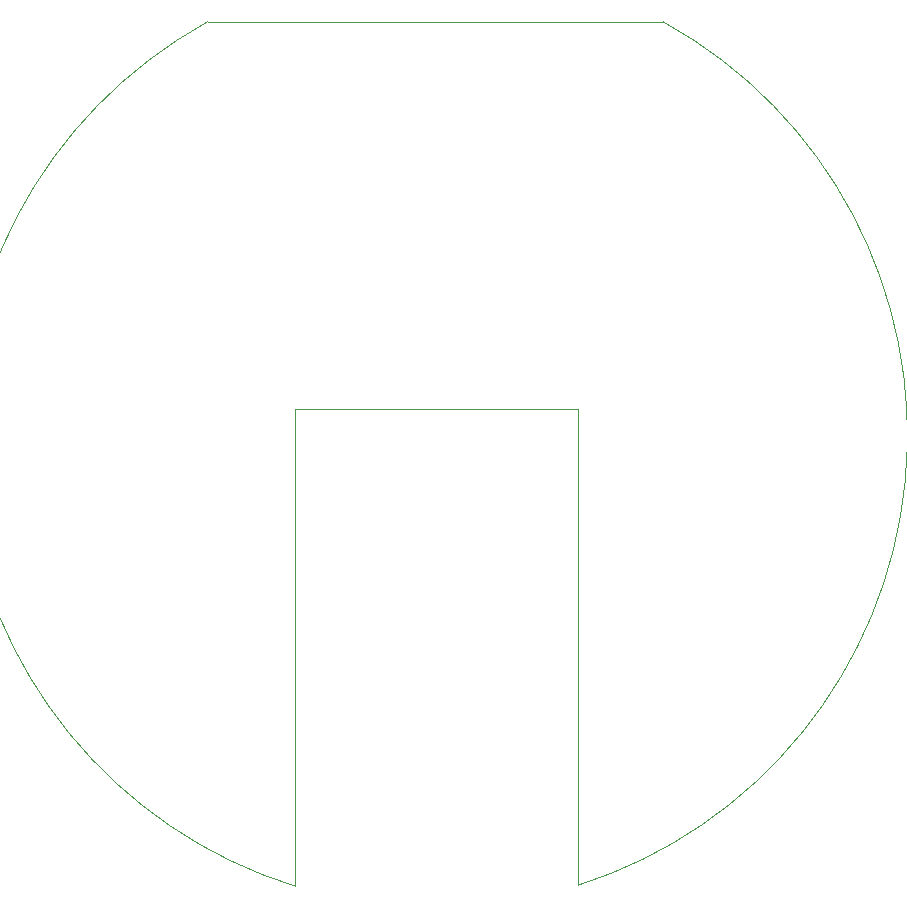
<source format=gbr>
G04 #@! TF.GenerationSoftware,KiCad,Pcbnew,(5.1.10)-1*
G04 #@! TF.CreationDate,2021-11-11T19:15:20-08:00*
G04 #@! TF.ProjectId,Pokeball,506f6b65-6261-46c6-9c2e-6b696361645f,rev?*
G04 #@! TF.SameCoordinates,Original*
G04 #@! TF.FileFunction,Profile,NP*
%FSLAX46Y46*%
G04 Gerber Fmt 4.6, Leading zero omitted, Abs format (unit mm)*
G04 Created by KiCad (PCBNEW (5.1.10)-1) date 2021-11-11 19:15:20*
%MOMM*%
%LPD*%
G01*
G04 APERTURE LIST*
G04 #@! TA.AperFunction,Profile*
%ADD10C,0.050000*%
G04 #@! TD*
G04 APERTURE END LIST*
D10*
X148206242Y-128172057D02*
G75*
G02*
X140810001Y-55000001I11893758J38162057D01*
G01*
X179388164Y-54993333D02*
G75*
G02*
X172209998Y-128089998I-19288164J-35006667D01*
G01*
X179388164Y-54993333D02*
X140810001Y-55000001D01*
X172200000Y-87810000D02*
X172209998Y-128089998D01*
X148200000Y-87810000D02*
X172200000Y-87810000D01*
X148206242Y-128172057D02*
X148200000Y-87810000D01*
M02*

</source>
